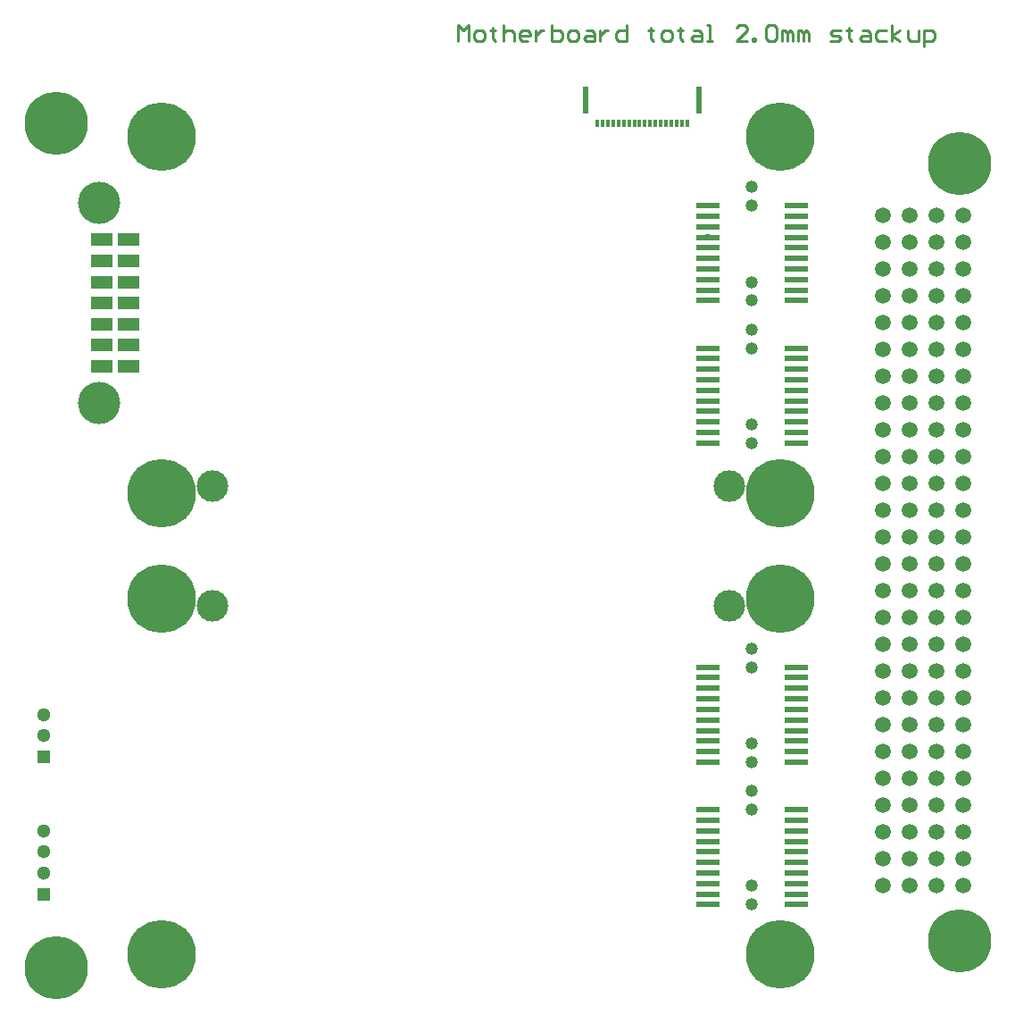
<source format=gtl>
G04 Layer_Physical_Order=1*
G04 Layer_Color=255*
%FSLAX44Y44*%
%MOMM*%
G71*
G01*
G75*
%ADD10R,2.0000X1.2000*%
%ADD11R,2.2600X0.6100*%
%ADD12R,0.6000X2.6000*%
%ADD13R,0.3500X0.7000*%
%ADD14C,0.2540*%
%ADD15C,4.0000*%
%ADD16C,3.0000*%
%ADD17R,1.3000X1.3000*%
%ADD18C,1.3000*%
%ADD19C,1.1900*%
%ADD20C,1.5000*%
%ADD21C,6.0000*%
%ADD22C,6.5000*%
%ADD23C,0.6000*%
D10*
X-25000Y290000D02*
D03*
X0D02*
D03*
X-25000Y270000D02*
D03*
X0D02*
D03*
X-25000Y250000D02*
D03*
X0D02*
D03*
X-25000Y230000D02*
D03*
X0D02*
D03*
X-25000Y210000D02*
D03*
X0D02*
D03*
X-25000Y190000D02*
D03*
X0D02*
D03*
X-25000Y170000D02*
D03*
X0D02*
D03*
D11*
X633550Y-250000D02*
D03*
Y-260000D02*
D03*
Y-270000D02*
D03*
Y-280000D02*
D03*
Y-290000D02*
D03*
Y-300000D02*
D03*
Y-310000D02*
D03*
Y-320000D02*
D03*
Y-330000D02*
D03*
Y-340000D02*
D03*
X549750D02*
D03*
Y-330000D02*
D03*
Y-320000D02*
D03*
Y-310000D02*
D03*
Y-300000D02*
D03*
Y-290000D02*
D03*
Y-280000D02*
D03*
Y-270000D02*
D03*
Y-260000D02*
D03*
Y-250000D02*
D03*
X633550Y187300D02*
D03*
Y177300D02*
D03*
Y167300D02*
D03*
Y157300D02*
D03*
Y147300D02*
D03*
Y137300D02*
D03*
Y127300D02*
D03*
Y117300D02*
D03*
Y107300D02*
D03*
Y97300D02*
D03*
X549750D02*
D03*
Y107300D02*
D03*
Y117300D02*
D03*
Y127300D02*
D03*
Y137300D02*
D03*
Y147300D02*
D03*
Y157300D02*
D03*
Y167300D02*
D03*
Y177300D02*
D03*
Y187300D02*
D03*
X633550Y322300D02*
D03*
Y312300D02*
D03*
Y302300D02*
D03*
Y292300D02*
D03*
Y282300D02*
D03*
Y272300D02*
D03*
Y262300D02*
D03*
Y252300D02*
D03*
Y242300D02*
D03*
Y232300D02*
D03*
X549750D02*
D03*
Y242300D02*
D03*
Y252300D02*
D03*
Y262300D02*
D03*
Y272300D02*
D03*
Y282300D02*
D03*
Y292300D02*
D03*
Y302300D02*
D03*
Y312300D02*
D03*
Y322300D02*
D03*
X633550Y-115000D02*
D03*
Y-125000D02*
D03*
Y-135000D02*
D03*
Y-145000D02*
D03*
Y-155000D02*
D03*
Y-165000D02*
D03*
Y-175000D02*
D03*
Y-185000D02*
D03*
Y-195000D02*
D03*
Y-205000D02*
D03*
X549750D02*
D03*
Y-195000D02*
D03*
Y-185000D02*
D03*
Y-175000D02*
D03*
Y-165000D02*
D03*
Y-155000D02*
D03*
Y-145000D02*
D03*
Y-135000D02*
D03*
Y-125000D02*
D03*
Y-115000D02*
D03*
D12*
X541000Y422000D02*
D03*
X434000D02*
D03*
D13*
X445000Y400000D02*
D03*
X450000D02*
D03*
X455000D02*
D03*
X460000D02*
D03*
X465000D02*
D03*
X470000D02*
D03*
X475000D02*
D03*
X480000D02*
D03*
X530000D02*
D03*
X525000D02*
D03*
X520000D02*
D03*
X515000D02*
D03*
X510000D02*
D03*
X505000D02*
D03*
X500000D02*
D03*
X495000D02*
D03*
X490000D02*
D03*
X485000D02*
D03*
D14*
X312650Y478000D02*
Y493235D01*
X317728Y488157D01*
X322807Y493235D01*
Y478000D01*
X330424D02*
X335503D01*
X338042Y480539D01*
Y485617D01*
X335503Y488157D01*
X330424D01*
X327885Y485617D01*
Y480539D01*
X330424Y478000D01*
X345659Y490696D02*
Y488157D01*
X343120D01*
X348198D01*
X345659D01*
Y480539D01*
X348198Y478000D01*
X355816Y493235D02*
Y478000D01*
Y485617D01*
X358355Y488157D01*
X363433D01*
X365973Y485617D01*
Y478000D01*
X378669D02*
X373590D01*
X371051Y480539D01*
Y485617D01*
X373590Y488157D01*
X378669D01*
X381208Y485617D01*
Y483078D01*
X371051D01*
X386286Y488157D02*
Y478000D01*
Y483078D01*
X388825Y485617D01*
X391364Y488157D01*
X393904D01*
X401521Y493235D02*
Y478000D01*
X409139D01*
X411678Y480539D01*
Y483078D01*
Y485617D01*
X409139Y488157D01*
X401521D01*
X419295Y478000D02*
X424374D01*
X426913Y480539D01*
Y485617D01*
X424374Y488157D01*
X419295D01*
X416756Y485617D01*
Y480539D01*
X419295Y478000D01*
X434530Y488157D02*
X439609D01*
X442148Y485617D01*
Y478000D01*
X434530D01*
X431991Y480539D01*
X434530Y483078D01*
X442148D01*
X447226Y488157D02*
Y478000D01*
Y483078D01*
X449766Y485617D01*
X452305Y488157D01*
X454844D01*
X472618Y493235D02*
Y478000D01*
X465001D01*
X462461Y480539D01*
Y485617D01*
X465001Y488157D01*
X472618D01*
X495471Y490696D02*
Y488157D01*
X492932D01*
X498010D01*
X495471D01*
Y480539D01*
X498010Y478000D01*
X508167D02*
X513245D01*
X515784Y480539D01*
Y485617D01*
X513245Y488157D01*
X508167D01*
X505627Y485617D01*
Y480539D01*
X508167Y478000D01*
X523402Y490696D02*
Y488157D01*
X520863D01*
X525941D01*
X523402D01*
Y480539D01*
X525941Y478000D01*
X536098Y488157D02*
X541176D01*
X543715Y485617D01*
Y478000D01*
X536098D01*
X533558Y480539D01*
X536098Y483078D01*
X543715D01*
X548793Y478000D02*
X553872D01*
X551333D01*
Y493235D01*
X548793D01*
X586881Y478000D02*
X576724D01*
X586881Y488157D01*
Y490696D01*
X584342Y493235D01*
X579264D01*
X576724Y490696D01*
X591959Y478000D02*
Y480539D01*
X594499D01*
Y478000D01*
X591959D01*
X604655Y490696D02*
X607195Y493235D01*
X612273D01*
X614812Y490696D01*
Y480539D01*
X612273Y478000D01*
X607195D01*
X604655Y480539D01*
Y490696D01*
X619891Y478000D02*
Y488157D01*
X622430D01*
X624969Y485617D01*
Y478000D01*
Y485617D01*
X627508Y488157D01*
X630047Y485617D01*
Y478000D01*
X635126D02*
Y488157D01*
X637665D01*
X640204Y485617D01*
Y478000D01*
Y485617D01*
X642743Y488157D01*
X645282Y485617D01*
Y478000D01*
X665596D02*
X673213D01*
X675752Y480539D01*
X673213Y483078D01*
X668135D01*
X665596Y485617D01*
X668135Y488157D01*
X675752D01*
X683370Y490696D02*
Y488157D01*
X680831D01*
X685909D01*
X683370D01*
Y480539D01*
X685909Y478000D01*
X696066Y488157D02*
X701144D01*
X703683Y485617D01*
Y478000D01*
X696066D01*
X693527Y480539D01*
X696066Y483078D01*
X703683D01*
X718918Y488157D02*
X711301D01*
X708762Y485617D01*
Y480539D01*
X711301Y478000D01*
X718918D01*
X723997D02*
Y493235D01*
Y483078D02*
X731614Y488157D01*
X723997Y483078D02*
X731614Y478000D01*
X739232Y488157D02*
Y480539D01*
X741771Y478000D01*
X749389D01*
Y488157D01*
X754467Y472922D02*
Y488157D01*
X762085D01*
X764624Y485617D01*
Y480539D01*
X762085Y478000D01*
X754467D01*
D15*
X-27500Y325000D02*
D03*
Y135000D02*
D03*
D16*
X80000Y-56650D02*
D03*
X570000D02*
D03*
X80000Y56650D02*
D03*
X570000D02*
D03*
D17*
X-80000Y-200000D02*
D03*
Y-330000D02*
D03*
D18*
Y-180000D02*
D03*
Y-160000D02*
D03*
Y-270000D02*
D03*
Y-310000D02*
D03*
Y-290000D02*
D03*
D19*
X591650Y-340000D02*
D03*
Y-250000D02*
D03*
Y205000D02*
D03*
Y115000D02*
D03*
Y-232300D02*
D03*
Y-322300D02*
D03*
Y97300D02*
D03*
Y187300D02*
D03*
Y232300D02*
D03*
Y322300D02*
D03*
Y-205000D02*
D03*
Y-115000D02*
D03*
Y340000D02*
D03*
Y250000D02*
D03*
Y-97300D02*
D03*
Y-187300D02*
D03*
D20*
X766710Y313440D02*
D03*
X792110D02*
D03*
X766710Y288040D02*
D03*
X792110D02*
D03*
X766710Y262640D02*
D03*
X792110D02*
D03*
X766710Y237240D02*
D03*
X792110D02*
D03*
X766710Y211840D02*
D03*
X792110D02*
D03*
X766710Y186440D02*
D03*
X792110D02*
D03*
X766710Y161040D02*
D03*
X792110D02*
D03*
X766710Y135640D02*
D03*
X792110D02*
D03*
X766710Y110240D02*
D03*
X792110D02*
D03*
X766710Y84840D02*
D03*
X792110D02*
D03*
X766710Y59440D02*
D03*
X792110D02*
D03*
X766710Y34040D02*
D03*
X792110D02*
D03*
X766710Y8640D02*
D03*
X792110D02*
D03*
X766710Y-16760D02*
D03*
X792110D02*
D03*
X766710Y-42160D02*
D03*
X792110D02*
D03*
X766710Y-67560D02*
D03*
X792110D02*
D03*
X766710Y-92960D02*
D03*
X792110D02*
D03*
X766710Y-118360D02*
D03*
X792110D02*
D03*
X766710Y-143760D02*
D03*
X792110D02*
D03*
X766710Y-169160D02*
D03*
X792110D02*
D03*
X766710Y-194560D02*
D03*
X792110D02*
D03*
X766710Y-219960D02*
D03*
X792110D02*
D03*
X766710Y-245360D02*
D03*
X792110D02*
D03*
X766710Y-270760D02*
D03*
X792110D02*
D03*
X766710Y-296160D02*
D03*
X792110D02*
D03*
X766710Y-321560D02*
D03*
X792110D02*
D03*
X741310D02*
D03*
X715910D02*
D03*
X741310Y-296160D02*
D03*
X715910D02*
D03*
X741310Y-270760D02*
D03*
X715910D02*
D03*
X741310Y-245360D02*
D03*
X715910D02*
D03*
X741310Y-219960D02*
D03*
X715910D02*
D03*
X741310Y-194560D02*
D03*
X715910D02*
D03*
X741310Y-169160D02*
D03*
X715910D02*
D03*
X741310Y-143760D02*
D03*
X715910D02*
D03*
X741310Y-118360D02*
D03*
X715910D02*
D03*
X741310Y-92960D02*
D03*
X715910D02*
D03*
X741310Y-67560D02*
D03*
X715910D02*
D03*
X741310Y-42160D02*
D03*
X715910D02*
D03*
X741310Y-16760D02*
D03*
X715910D02*
D03*
X741310Y8640D02*
D03*
X715910D02*
D03*
X741310Y34040D02*
D03*
X715910D02*
D03*
X741310Y59440D02*
D03*
X715910D02*
D03*
X741310Y84840D02*
D03*
X715910D02*
D03*
X741310Y110240D02*
D03*
X715910D02*
D03*
X741310Y135640D02*
D03*
X715910D02*
D03*
X741310Y161040D02*
D03*
X715910D02*
D03*
X741310Y186440D02*
D03*
X715910D02*
D03*
X741310Y211840D02*
D03*
X715910D02*
D03*
X741310Y237240D02*
D03*
X715910D02*
D03*
X741310Y262640D02*
D03*
X715910D02*
D03*
X741310Y288040D02*
D03*
X715910D02*
D03*
X741310Y313440D02*
D03*
X715910D02*
D03*
D21*
X-68650Y-400000D02*
D03*
Y400100D02*
D03*
X788650Y-374600D02*
D03*
Y362000D02*
D03*
D22*
X31350Y-387300D02*
D03*
Y-50000D02*
D03*
Y50000D02*
D03*
Y387300D02*
D03*
X618650Y-50000D02*
D03*
Y50000D02*
D03*
Y387300D02*
D03*
Y-387300D02*
D03*
D23*
X633550Y-250000D02*
D03*
Y-260000D02*
D03*
Y-270000D02*
D03*
Y-280000D02*
D03*
Y-290000D02*
D03*
Y-300000D02*
D03*
Y-310000D02*
D03*
Y-320000D02*
D03*
Y-330000D02*
D03*
Y-340000D02*
D03*
X549750D02*
D03*
Y-330000D02*
D03*
Y-320000D02*
D03*
Y-310000D02*
D03*
Y-300000D02*
D03*
Y-290000D02*
D03*
Y-280000D02*
D03*
Y-270000D02*
D03*
Y-260000D02*
D03*
Y-250000D02*
D03*
Y322300D02*
D03*
X550000Y312500D02*
D03*
Y302500D02*
D03*
Y292500D02*
D03*
X549750Y282300D02*
D03*
Y272300D02*
D03*
Y262300D02*
D03*
Y252300D02*
D03*
Y242300D02*
D03*
Y232300D02*
D03*
X633550D02*
D03*
Y242300D02*
D03*
Y252300D02*
D03*
Y262300D02*
D03*
Y272300D02*
D03*
Y282300D02*
D03*
Y292300D02*
D03*
Y302300D02*
D03*
Y312300D02*
D03*
Y322300D02*
D03*
X549750Y97300D02*
D03*
Y107300D02*
D03*
Y117300D02*
D03*
Y127300D02*
D03*
Y137300D02*
D03*
Y147300D02*
D03*
Y157300D02*
D03*
Y167300D02*
D03*
Y177300D02*
D03*
Y187300D02*
D03*
X633550D02*
D03*
Y177300D02*
D03*
Y167300D02*
D03*
Y157300D02*
D03*
Y147300D02*
D03*
Y137300D02*
D03*
Y127300D02*
D03*
Y117300D02*
D03*
Y107300D02*
D03*
Y97300D02*
D03*
X630000Y-165000D02*
D03*
Y-155000D02*
D03*
Y-145000D02*
D03*
Y-135000D02*
D03*
Y-125000D02*
D03*
Y-115000D02*
D03*
X555000D02*
D03*
Y-125000D02*
D03*
Y-135000D02*
D03*
Y-145000D02*
D03*
Y-155000D02*
D03*
Y-165000D02*
D03*
Y-175000D02*
D03*
Y-185000D02*
D03*
Y-195000D02*
D03*
Y-205000D02*
D03*
X630000D02*
D03*
Y-195000D02*
D03*
Y-175000D02*
D03*
Y-185000D02*
D03*
M02*

</source>
